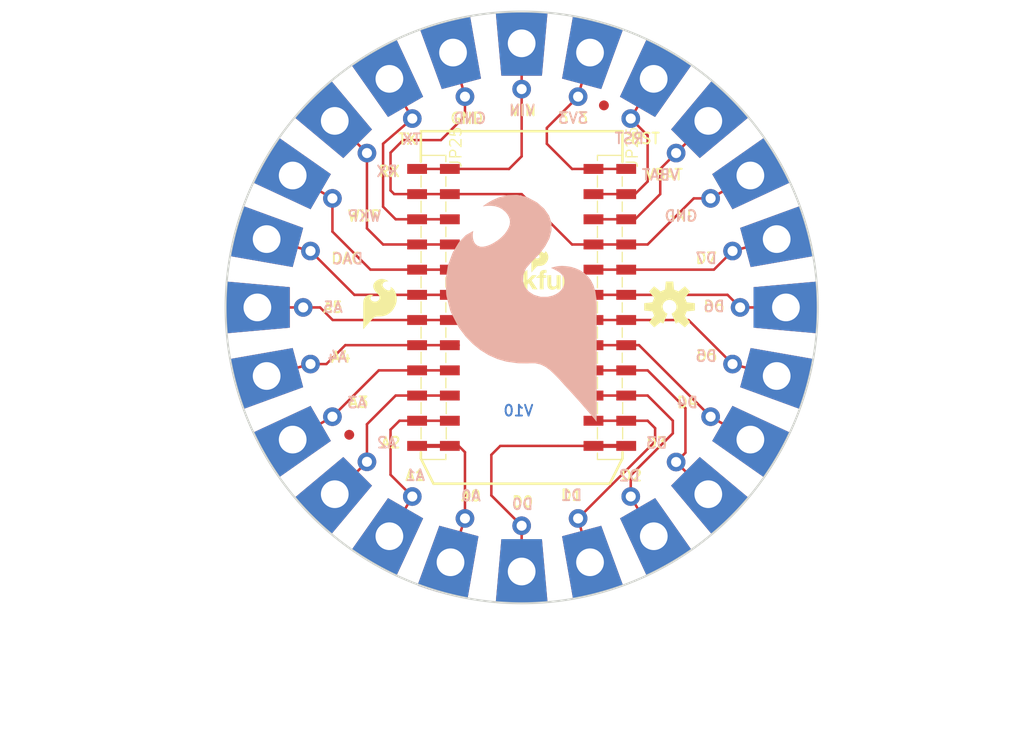
<source format=kicad_pcb>
(kicad_pcb (version 20211014) (generator pcbnew)
  (layers (0 "F.Cu" signal) (31 "B.Cu" signal) (34 "B.Paste" user) (35 "F.Paste" user) (36 "B.SilkS" user "B.Silkscreen") (37 "F.SilkS" user "F.Silkscreen") (38 "B.Mask" user) (39 "F.Mask" user) (44 "Edge.Cuts" user))
  (net 0 "")
  (net 1 "3V3")
  (net 2 "RST")
  (net 3 "VBAT")
  (net 4 "D7")
  (net 5 "D6")
  (net 6 "D5")
  (net 7 "D4")
  (net 8 "D3")
  (net 9 "D2")
  (net 10 "D1")
  (net 11 "D0")
  (net 12 "VIN")
  (net 13 "GND")
  (net 14 "TX")
  (net 15 "RX")
  (net 16 "WKP")
  (net 17 "DAC")
  (net 18 "A5")
  (net 19 "A4")
  (net 20 "A3")
  (net 21 "A2")
  (net 22 "A1")
  (net 23 "A0")
  (footprint "boardEagle:1X01NS" (layer "F.Cu") (at 170.5229 105.0036 180)
    (fp_text reference "JP18" hide)
    (fp_text value "M01SMDNS" hide)
    (pad "1" thru_hole circle (at 0 0 270) (size 1.8796 1.8796) (drill 1.016) (layers *.Cu *.Mask) (net 5 "D6"))
  )
  (footprint "boardEagle:1X01NS" (layer "F.Cu") (at 142.7861 83.7438 -75)
    (fp_text reference "JP2" hide)
    (fp_text value "M01SMDNS" hide)
    (pad "1" thru_hole circle (at 0 0 15) (size 1.8796 1.8796) (drill 1.016) (layers *.Cu *.Mask) (net 13 "GND"))
  )
  (footprint "boardEagle:1X01NS" (layer "F.Cu") (at 167.5511 94.0054 -150)
    (fp_text reference "JP16" hide)
    (fp_text value "M01SMDNS" hide)
    (pad "1" thru_hole circle (at 0 0 300) (size 1.8796 1.8796) (drill 1.016) (layers *.Cu *.Mask) (net 13 "GND"))
  )
  (footprint "boardEagle:PAD-LONG-2-SIDED" (layer "F.Cu") (at 122.6439 90.0938 -30)
    (fp_text reference "J5" hide)
    (fp_text value "PAD" hide)
    (fp_poly (pts (xy 6.4702 -2.04379) (xy 6.4702 2.04379) (xy 0.081055 2.610329) (xy 0.001871 1.50674) (xy -0.034111 0.502462) (xy -0.034111 -0.502462) (xy 0.001871 -1.50674) (xy 0.081055 -2.610329)) (layer "F.Cu") (width 0) (fill solid))
    (fp_poly (pts (xy 6.4702 -2.04379) (xy 6.4702 2.04379) (xy 0.081055 2.610329) (xy 0.001871 1.50674) (xy -0.034111 0.502462) (xy -0.034111 -0.502462) (xy 0.001871 -1.50674) (xy 0.081055 -2.610329)) (layer "B.Cu") (width 0) (fill solid))
    (pad "1" thru_hole circle (at 3.205 0 330) (size 4.064 4.064) (drill 2.794) (layers *.Cu *.Mask) (net 16 "WKP"))
  )
  (footprint "boardEagle:PAD-LONG-2-SIDED" (layer "F.Cu") (at 119.6975 112.7506 15)
    (fp_text reference "J8" hide)
    (fp_text value "PAD" hide)
    (fp_poly (pts (xy 6.4702 -2.04379) (xy 6.4702 2.04379) (xy 0.081055 2.610329) (xy 0.001871 1.50674) (xy -0.034111 0.502462) (xy -0.034111 -0.502462) (xy 0.001871 -1.50674) (xy 0.081055 -2.610329)) (layer "F.Cu") (width 0) (fill solid))
    (fp_poly (pts (xy 6.4702 -2.04379) (xy 6.4702 2.04379) (xy 0.081055 2.610329) (xy 0.001871 1.50674) (xy -0.034111 0.502462) (xy -0.034111 -0.502462) (xy 0.001871 -1.50674) (xy 0.081055 -2.610329)) (layer "B.Cu") (width 0) (fill solid))
    (pad "1" thru_hole circle (at 3.205 0 15) (size 4.064 4.064) (drill 2.794) (layers *.Cu *.Mask) (net 19 "A4"))
  )
  (footprint "boardEagle:PAD-LONG-2-SIDED" (layer "F.Cu") (at 169.5831 83.9216 -135)
    (fp_text reference "J15" hide)
    (fp_text value "PAD" hide)
    (fp_poly (pts (xy 6.4702 -2.04379) (xy 6.4702 2.04379) (xy 0.081055 2.610329) (xy 0.001871 1.50674) (xy -0.034111 0.502462) (xy -0.034111 -0.502462) (xy 0.001871 -1.50674) (xy 0.081055 -2.610329)) (layer "F.Cu") (width 0) (fill solid))
    (fp_poly (pts (xy 6.4702 -2.04379) (xy 6.4702 2.04379) (xy 0.081055 2.610329) (xy 0.001871 1.50674) (xy -0.034111 0.502462) (xy -0.034111 -0.502462) (xy 0.001871 -1.50674) (xy 0.081055 -2.610329)) (layer "B.Cu") (width 0) (fill solid))
    (pad "1" thru_hole circle (at 3.205 0 225) (size 4.064 4.064) (drill 2.794) (layers *.Cu *.Mask) (net 3 "VBAT"))
  )
  (footprint "boardEagle:1X01NS" (layer "F.Cu") (at 126.4793 105.0036)
    (fp_text reference "JP7" hide)
    (fp_text value "M01SMDNS" hide)
    (pad "1" thru_hole circle (at 0 0 90) (size 1.8796 1.8796) (drill 1.016) (layers *.Cu *.Mask) (net 18 "A5"))
  )
  (footprint "boardEagle:PAD-LONG-2-SIDED" (layer "F.Cu") (at 133.5659 79.1718 -60)
    (fp_text reference "J3" hide)
    (fp_text value "PAD" hide)
    (fp_poly (pts (xy 6.4702 -2.04379) (xy 6.4702 2.04379) (xy 0.081055 2.610329) (xy 0.001871 1.50674) (xy -0.034111 0.502462) (xy -0.034111 -0.502462) (xy 0.001871 -1.50674) (xy 0.081055 -2.610329)) (layer "F.Cu") (width 0) (fill solid))
    (fp_poly (pts (xy 6.4702 -2.04379) (xy 6.4702 2.04379) (xy 0.081055 2.610329) (xy 0.001871 1.50674) (xy -0.034111 0.502462) (xy -0.034111 -0.502462) (xy 0.001871 -1.50674) (xy 0.081055 -2.610329)) (layer "B.Cu") (width 0) (fill solid))
    (pad "1" thru_hole circle (at 3.205 0 300) (size 4.064 4.064) (drill 2.794) (layers *.Cu *.Mask) (net 14 "TX"))
  )
  (footprint "boardEagle:SFE_LOGO_FLAME_.2" (layer "F.Cu") (at 132.182362 107.487972)
    (fp_text reference "LOGO1" hide)
    (fp_text value "SFE_LOGO_FLAME.2_INCH" hide)
  )
  (footprint "boardEagle:1X01NS" (layer "F.Cu") (at 129.4257 116.0272 30)
    (fp_text reference "JP9" hide)
    (fp_text value "M01SMDNS" hide)
    (pad "1" thru_hole circle (at 0 0 120) (size 1.8796 1.8796) (drill 1.016) (layers *.Cu *.Mask) (net 20 "A3"))
  )
  (footprint "boardEagle:1X01NS" (layer "F.Cu") (at 127.2159 110.7186 15)
    (fp_text reference "JP8" hide)
    (fp_text value "M01SMDNS" hide)
    (pad "1" thru_hole circle (at 0 0 105) (size 1.8796 1.8796) (drill 1.016) (layers *.Cu *.Mask) (net 19 "A4"))
  )
  (footprint "boardEagle:PAD-LONG-2-SIDED" (layer "F.Cu") (at 163.4236 130.8608 120)
    (fp_text reference "J22" hide)
    (fp_text value "PAD" hide)
    (fp_poly (pts (xy 6.4702 -2.04379) (xy 6.4702 2.04379) (xy 0.081055 2.610329) (xy 0.001871 1.50674) (xy -0.034111 0.502462) (xy -0.034111 -0.502462) (xy 0.001871 -1.50674) (xy 0.081055 -2.610329)) (layer "F.Cu") (width 0) (fill solid))
    (fp_poly (pts (xy 6.4702 -2.04379) (xy 6.4702 2.04379) (xy 0.081055 2.610329) (xy 0.001871 1.50674) (xy -0.034111 0.502462) (xy -0.034111 -0.502462) (xy 0.001871 -1.50674) (xy 0.081055 -2.610329)) (layer "B.Cu") (width 0) (fill solid))
    (pad "1" thru_hole circle (at 3.205 0 120) (size 4.064 4.064) (drill 2.794) (layers *.Cu *.Mask) (net 9 "D2"))
  )
  (footprint "boardEagle:CREATIVE_COMMONS" (layer "F.Cu") (at 116.234972 149.084028)
    (fp_text reference "FRAME1" hide)
    (fp_text value "" hide)
  )
  (footprint "boardEagle:PAD-LONG-2-SIDED" (layer "F.Cu") (at 118.656101 105.0036)
    (fp_text reference "J7" hide)
    (fp_text value "PAD" hide)
    (fp_poly (pts (xy 6.4702 -2.04379) (xy 6.4702 2.04379) (xy 0.081055 2.610329) (xy 0.001871 1.50674) (xy -0.034111 0.502462) (xy -0.034111 -0.502462) (xy 0.001871 -1.50674) (xy 0.081055 -2.610329)) (layer "F.Cu") (width 0) (fill solid))
    (fp_poly (pts (xy 6.4702 -2.04379) (xy 6.4702 2.04379) (xy 0.081055 2.610329) (xy 0.001871 1.50674) (xy -0.034111 0.502462) (xy -0.034111 -0.502462) (xy 0.001871 -1.50674) (xy 0.081055 -2.610329)) (layer "B.Cu") (width 0) (fill solid))
    (pad "1" thru_hole circle (at 3.205 0) (size 4.064 4.064) (drill 2.794) (layers *.Cu *.Mask) (net 18 "A5"))
  )
  (footprint "boardEagle:1X01NS" (layer "F.Cu") (at 169.7609 110.7186 165)
    (fp_text reference "JP19" hide)
    (fp_text value "M01SMDNS" hide)
    (pad "1" thru_hole circle (at 0 0 255) (size 1.8796 1.8796) (drill 1.016) (layers *.Cu *.Mask) (net 6 "D5"))
  )
  (footprint "boardEagle:1X01NS" (layer "F.Cu") (at 148.5011 127.0254 90)
    (fp_text reference "JP24" hide)
    (fp_text value "M01SMDNS" hide)
    (pad "1" thru_hole circle (at 0 0 180) (size 1.8796 1.8796) (drill 1.016) (layers *.Cu *.Mask) (net 11 "D0"))
  )
  (footprint "boardEagle:FIDUCIAL-1X2" (layer "F.Cu") (at 156.793943 84.623653)
    (fp_text reference "FID1" hide)
    (fp_text value "FIDUCIAL1X2" hide)
    (pad "1" smd roundrect (at 0 0) (size 1 1) (layers "F.Cu" "F.Mask") (roundrect_rratio 0.5))
  )
  (footprint "boardEagle:1X01NS" (layer "F.Cu") (at 169.7609 99.314 -165)
    (fp_text reference "JP17" hide)
    (fp_text value "M01SMDNS" hide)
    (pad "1" thru_hole circle (at 0 0 285) (size 1.8796 1.8796) (drill 1.016) (layers *.Cu *.Mask) (net 4 "D7"))
  )
  (footprint "boardEagle:1X01NS" (layer "F.Cu") (at 159.4993 124.079 120)
    (fp_text reference "JP22" hide)
    (fp_text value "M01SMDNS" hide)
    (pad "1" thru_hole circle (at 0 0 210) (size 1.8796 1.8796) (drill 1.016) (layers *.Cu *.Mask) (net 9 "D2"))
  )
  (footprint "boardEagle:FIDUCIAL-1X2" (layer "F.Cu") (at 131.12115 117.849141)
    (fp_text reference "FID2" hide)
    (fp_text value "FIDUCIAL1X2" hide)
    (pad "1" smd roundrect (at 0 0) (size 1 1) (layers "F.Cu" "F.Mask") (roundrect_rratio 0.5))
  )
  (footprint "boardEagle:PAD-LONG-2-SIDED" (layer "F.Cu") (at 122.6439 119.9388 30)
    (fp_text reference "J9" hide)
    (fp_text value "PAD" hide)
    (fp_poly (pts (xy 6.4702 -2.04379) (xy 6.4702 2.04379) (xy 0.081055 2.610329) (xy 0.001871 1.50674) (xy -0.034111 0.502462) (xy -0.034111 -0.502462) (xy 0.001871 -1.50674) (xy 0.081055 -2.610329)) (layer "F.Cu") (width 0) (fill solid))
    (fp_poly (pts (xy 6.4702 -2.04379) (xy 6.4702 2.04379) (xy 0.081055 2.610329) (xy 0.001871 1.50674) (xy -0.034111 0.502462) (xy -0.034111 -0.502462) (xy 0.001871 -1.50674) (xy 0.081055 -2.610329)) (layer "B.Cu") (width 0) (fill solid))
    (pad "1" thru_hole circle (at 3.205 0 30) (size 4.064 4.064) (drill 2.794) (layers *.Cu *.Mask) (net 20 "A3"))
  )
  (footprint "boardEagle:1X01NS" (layer "F.Cu") (at 132.9055 89.4334 -45)
    (fp_text reference "JP4" hide)
    (fp_text value "M01SMDNS" hide)
    (pad "1" thru_hole circle (at 0 0 45) (size 1.8796 1.8796) (drill 1.016) (layers *.Cu *.Mask) (net 15 "RX"))
  )
  (footprint "boardEagle:PAD-LONG-2-SIDED" (layer "F.Cu") (at 174.3329 90.0938 -150)
    (fp_text reference "J16" hide)
    (fp_text value "PAD" hide)
    (fp_poly (pts (xy 6.4702 -2.04379) (xy 6.4702 2.04379) (xy 0.081055 2.610329) (xy 0.001871 1.50674) (xy -0.034111 0.502462) (xy -0.034111 -0.502462) (xy 0.001871 -1.50674) (xy 0.081055 -2.610329)) (layer "F.Cu") (width 0) (fill solid))
    (fp_poly (pts (xy 6.4702 -2.04379) (xy 6.4702 2.04379) (xy 0.081055 2.610329) (xy 0.001871 1.50674) (xy -0.034111 0.502462) (xy -0.034111 -0.502462) (xy 0.001871 -1.50674) (xy 0.081055 -2.610329)) (layer "B.Cu") (width 0) (fill solid))
    (pad "1" thru_hole circle (at 3.205 0 210) (size 4.064 4.064) (drill 2.794) (layers *.Cu *.Mask) (net 13 "GND"))
  )
  (footprint "boardEagle:1X01NS" (layer "F.Cu") (at 154.1907 83.7438 -105)
    (fp_text reference "JP13" hide)
    (fp_text value "M01SMDNS" hide)
    (pad "1" thru_hole circle (at 0 0 345) (size 1.8796 1.8796) (drill 1.016) (layers *.Cu *.Mask) (net 1 "3V3"))
  )
  (footprint "boardEagle:1X01NS" (layer "F.Cu") (at 137.4775 85.9536 -60)
    (fp_text reference "JP3" hide)
    (fp_text value "M01SMDNS" hide)
    (pad "1" thru_hole circle (at 0 0 30) (size 1.8796 1.8796) (drill 1.016) (layers *.Cu *.Mask) (net 14 "TX"))
  )
  (footprint "boardEagle:PAD-LONG-2-SIDED" (layer "F.Cu") (at 148.5011 75.1586 -90)
    (fp_text reference "J1" hide)
    (fp_text value "PAD" hide)
    (fp_poly (pts (xy 6.4702 -2.04379) (xy 6.4702 2.04379) (xy 0.081055 2.610329) (xy 0.001871 1.50674) (xy -0.034111 0.502462) (xy -0.034111 -0.502462) (xy 0.001871 -1.50674) (xy 0.081055 -2.610329)) (layer "F.Cu") (width 0) (fill solid))
    (fp_poly (pts (xy 6.4702 -2.04379) (xy 6.4702 2.04379) (xy 0.081055 2.610329) (xy 0.001871 1.50674) (xy -0.034111 0.502462) (xy -0.034111 -0.502462) (xy 0.001871 -1.50674) (xy 0.081055 -2.610329)) (layer "B.Cu") (width 0) (fill solid))
    (pad "1" thru_hole circle (at 3.205 0 270) (size 4.064 4.064) (drill 2.794) (layers *.Cu *.Mask) (net 12 "VIN"))
  )
  (footprint "boardEagle:PAD-LONG-2-SIDED" (layer "F.Cu") (at 163.4109 79.1718 -120)
    (fp_text reference "J14" hide)
    (fp_text value "PAD" hide)
    (fp_poly (pts (xy 6.4702 -2.04379) (xy 6.4702 2.04379) (xy 0.081055 2.610329) (xy 0.001871 1.50674) (xy -0.034111 0.502462) (xy -0.034111 -0.502462) (xy 0.001871 -1.50674) (xy 0.081055 -2.610329)) (layer "F.Cu") (width 0) (fill solid))
    (fp_poly (pts (xy 6.4702 -2.04379) (xy 6.4702 2.04379) (xy 0.081055 2.610329) (xy 0.001871 1.50674) (xy -0.034111 0.502462) (xy -0.034111 -0.502462) (xy 0.001871 -1.50674) (xy 0.081055 -2.610329)) (layer "B.Cu") (width 0) (fill solid))
    (pad "1" thru_hole circle (at 3.205 0 240) (size 4.064 4.064) (drill 2.794) (layers *.Cu *.Mask) (net 2 "RST"))
  )
  (footprint "boardEagle:1X01NS" (layer "F.Cu") (at 142.7861 126.2888 75)
    (fp_text reference "JP12" hide)
    (fp_text value "M01SMDNS" hide)
    (pad "1" thru_hole circle (at 0 0 165) (size 1.8796 1.8796) (drill 1.016) (layers *.Cu *.Mask) (net 23 "A0"))
  )
  (footprint "boardEagle:1X01NS" (layer "F.Cu") (at 137.4775 124.079 60)
    (fp_text reference "JP11" hide)
    (fp_text value "M01SMDNS" hide)
    (pad "1" thru_hole circle (at 0 0 150) (size 1.8796 1.8796) (drill 1.016) (layers *.Cu *.Mask) (net 22 "A1"))
  )
  (footprint "boardEagle:PAD-LONG-2-SIDED" (layer "F.Cu") (at 177.3047 112.7506 165)
    (fp_text reference "J19" hide)
    (fp_text value "PAD" hide)
    (fp_poly (pts (xy 6.4702 -2.04379) (xy 6.4702 2.04379) (xy 0.081055 2.610329) (xy 0.001871 1.50674) (xy -0.034111 0.502462) (xy -0.034111 -0.502462) (xy 0.001871 -1.50674) (xy 0.081055 -2.610329)) (layer "F.Cu") (width 0) (fill solid))
    (fp_poly (pts (xy 6.4702 -2.04379) (xy 6.4702 2.04379) (xy 0.081055 2.610329) (xy 0.001871 1.50674) (xy -0.034111 0.502462) (xy -0.034111 -0.502462) (xy 0.001871 -1.50674) (xy 0.081055 -2.610329)) (layer "B.Cu") (width 0) (fill solid))
    (pad "1" thru_hole circle (at 3.205 0 165) (size 4.064 4.064) (drill 2.794) (layers *.Cu *.Mask) (net 6 "D5"))
  )
  (footprint "boardEagle:PAD-LONG-2-SIDED" (layer "F.Cu") (at 127.3937 83.9216 -45)
    (fp_text reference "J4" hide)
    (fp_text value "PAD" hide)
    (fp_poly (pts (xy 6.4702 -2.04379) (xy 6.4702 2.04379) (xy 0.081055 2.610329) (xy 0.001871 1.50674) (xy -0.034111 0.502462) (xy -0.034111 -0.502462) (xy 0.001871 -1.50674) (xy 0.081055 -2.610329)) (layer "F.Cu") (width 0) (fill solid))
    (fp_poly (pts (xy 6.4702 -2.04379) (xy 6.4702 2.04379) (xy 0.081055 2.610329) (xy 0.001871 1.50674) (xy -0.034111 0.502462) (xy -0.034111 -0.502462) (xy 0.001871 -1.50674) (xy 0.081055 -2.610329)) (layer "B.Cu") (width 0) (fill solid))
    (pad "1" thru_hole circle (at 3.205 0 315) (size 4.064 4.064) (drill 2.794) (layers *.Cu *.Mask) (net 15 "RX"))
  )
  (footprint "boardEagle:PAD-LONG-2-SIDED" (layer "F.Cu") (at 156.2227 76.2 -105)
    (fp_text reference "J13" hide)
    (fp_text value "PAD" hide)
    (fp_poly (pts (xy 6.4702 -2.04379) (xy 6.4702 2.04379) (xy 0.081055 2.610329) (xy 0.001871 1.50674) (xy -0.034111 0.502462) (xy -0.034111 -0.502462) (xy 0.001871 -1.50674) (xy 0.081055 -2.610329)) (layer "F.Cu") (width 0) (fill solid))
    (fp_poly (pts (xy 6.4702 -2.04379) (xy 6.4702 2.04379) (xy 0.081055 2.610329) (xy 0.001871 1.50674) (xy -0.034111 0.502462) (xy -0.034111 -0.502462) (xy 0.001871 -1.50674) (xy 0.081055 -2.610329)) (layer "B.Cu") (width 0) (fill solid))
    (pad "1" thru_hole circle (at 3.205 0 255) (size 4.064 4.064) (drill 2.794) (layers *.Cu *.Mask) (net 1 "3V3"))
  )
  (footprint "boardEagle:1X12_SMD_COMBINED" (layer "F.Cu") (at 139.6111 91.0336 -90)
    (fp_text reference "JP25" (at 0 -2.921 -90) (layer "F.SilkS") (effects (font (size 1.143 1.143) (thickness 0.127)) (justify left bottom)))
    (fp_text value "M12SMD_COMBINED")
    (pad "1A" smd rect (at 0 -1.65) (size 2 1) (layers "F.Cu" "F.Paste" "F.Mask") (net 12 "VIN"))
    (pad "1B" smd rect (at 0 1.65 180) (size 2 1) (layers "F.Cu" "F.Paste" "F.Mask") (net 12 "VIN"))
    (pad "2A" smd rect (at 2.54 -1.65 180) (size 2 1) (layers "F.Cu" "F.Paste" "F.Mask") (net 13 "GND"))
    (pad "2B" smd rect (at 2.54 1.65) (size 2 1) (layers "F.Cu" "F.Paste" "F.Mask") (net 13 "GND"))
    (pad "3A" smd rect (at 5.08 -1.65) (size 2 1) (layers "F.Cu" "F.Paste" "F.Mask") (net 14 "TX"))
    (pad "3B" smd rect (at 5.08 1.65 180) (size 2 1) (layers "F.Cu" "F.Paste" "F.Mask") (net 14 "TX"))
    (pad "4A" smd rect (at 7.62 -1.65 180) (size 2 1) (layers "F.Cu" "F.Paste" "F.Mask") (net 15 "RX"))
    (pad "4B" smd rect (at 7.62 1.65) (size 2 1) (layers "F.Cu" "F.Paste" "F.Mask") (net 15 "RX"))
    (pad "5A" smd rect (at 10.16 -1.65) (size 2 1) (layers "F.Cu" "F.Paste" "F.Mask") (net 16 "WKP"))
    (pad "5B" smd rect (at 10.16 1.65 180) (size 2 1) (layers "F.Cu" "F.Paste" "F.Mask") (net 16 "WKP"))
    (pad "6A" smd rect (at 12.7 -1.65 180) (size 2 1) (layers "F.Cu" "F.Paste" "F.Mask") (net 17 "DAC"))
    (pad "6B" smd rect (at 12.7 1.65) (size 2 1) (layers "F.Cu" "F.Paste" "F.Mask") (net 17 "DAC"))
    (pad "7A" smd rect (at 15.24 -1.65) (size 2 1) (layers "F.Cu" "F.Paste" "F.Mask") (net 18 "A5"))
    (pad "7B" smd rect (at 15.24 1.65 180) (size 2 1) (layers "F.Cu" "F.Paste" "F.Mask") (net 18 "A5"))
    (pad "8A" smd rect (at 17.78 -1.65 180) (size 2 1) (layers "F.Cu" "F.Paste" "F.Mask") (net 19 "A4"))
    (pad "8B" smd rect (at 17.78 1.65 180) (size 2 1) (layers "F.Cu" "F.Paste" "F.Mask") (net 19 "A4"))
    (pad "9A" smd rect (at 20.32 -1.65 180) (size 2 1) (layers "F.Cu" "F.Paste" "F.Mask") (net 20 "A3"))
    (pad "9B" smd rect (at 20.32 1.65 180) (size 2 1) (layers "F.Cu" "F.Paste" "F.Mask") (net 20 "A3"))
    (pad "10A" smd rect (at 22.86 -1.65 180) (size 2 1) (layers "F.Cu" "F.Paste" "F.Mask") (net 21 "A2"))
    (pad "10B" smd rect (at 22.86 1.65 180) (size 2 1) (layers "F.Cu" "F.Paste" "F.Mask") (net 21 "A2"))
    (pad "11A" smd rect (at 25.4 -1.65 180) (size 2 1) (layers "F.Cu" "F.Paste" "F.Mask") (net 22 "A1"))
    (pad "11B" smd rect (at 25.4 1.65 180) (size 2 1) (layers "F.Cu" "F.Paste" "F.Mask") (net 22 "A1"))
    (pad "12A" smd rect (at 27.94 -1.65 180) (size 2 1) (layers "F.Cu" "F.Paste" "F.Mask") (net 23 "A0"))
    (pad "12B" smd rect (at 27.94 1.65 180) (size 2 1) (layers "F.Cu" "F.Paste" "F.Mask") (net 23 "A0"))
  )
  (footprint "boardEagle:PAD-LONG-2-SIDED" (layer "F.Cu") (at 148.5011 134.8486 90)
    (fp_text reference "J24" hide)
    (fp_text value "PAD" hide)
    (fp_poly (pts (xy 6.4702 -2.04379) (xy 6.4702 2.04379) (xy 0.081055 2.610329) (xy 0.001871 1.50674) (xy -0.034111 0.502462) (xy -0.034111 -0.502462) (xy 0.001871 -1.50674) (xy 0.081055 -2.610329)) (layer "F.Cu") (width 0) (fill solid))
    (fp_poly (pts (xy 6.4702 -2.04379) (xy 6.4702 2.04379) (xy 0.081055 2.610329) (xy 0.001871 1.50674) (xy -0.034111 0.502462) (xy -0.034111 -0.502462) (xy 0.001871 -1.50674) (xy 0.081055 -2.610329)) (layer "B.Cu") (width 0) (fill solid))
    (pad "1" thru_hole circle (at 3.205 0 90) (size 4.064 4.064) (drill 2.794) (layers *.Cu *.Mask) (net 11 "D0"))
  )
  (footprint "boardEagle:OSHW-LOGO-M" (layer "F.Cu") (at 163.409122 104.945685)
    (fp_text reference "LOGO2" hide)
    (fp_text value "OSHW-LOGOM" hide)
  )
  (footprint "boardEagle:1X01NS" (layer "F.Cu") (at 127.2159 99.314 -15)
    (fp_text reference "JP6" hide)
    (fp_text value "M01SMDNS" hide)
    (pad "1" thru_hole circle (at 0 0 75) (size 1.8796 1.8796) (drill 1.016) (layers *.Cu *.Mask) (net 17 "DAC"))
  )
  (footprint "boardEagle:PAD-LONG-2-SIDED" (layer "F.Cu") (at 140.7541 76.2 -75)
    (fp_text reference "J2" hide)
    (fp_text value "PAD" hide)
    (fp_poly (pts (xy 6.4702 -2.04379) (xy 6.4702 2.04379) (xy 0.081055 2.610329) (xy 0.001871 1.50674) (xy -0.034111 0.502462) (xy -0.034111 -0.502462) (xy 0.001871 -1.50674) (xy 0.081055 -2.610329)) (layer "F.Cu") (width 0) (fill solid))
    (fp_poly (pts (xy 6.4702 -2.04379) (xy 6.4702 2.04379) (xy 0.081055 2.610329) (xy 0.001871 1.50674) (xy -0.034111 0.502462) (xy -0.034111 -0.502462) (xy 0.001871 -1.50674) (xy 0.081055 -2.610329)) (layer "B.Cu") (width 0) (fill solid))
    (pad "1" thru_hole circle (at 3.205 0 285) (size 4.064 4.064) (drill 2.794) (layers *.Cu *.Mask) (net 13 "GND"))
  )
  (footprint "boardEagle:1X01NS" (layer "F.Cu") (at 164.0713 89.4334 -135)
    (fp_text reference "JP15" hide)
    (fp_text value "M01SMDNS" hide)
    (pad "1" thru_hole circle (at 0 0 315) (size 1.8796 1.8796) (drill 1.016) (layers *.Cu *.Mask) (net 3 "VBAT"))
  )
  (footprint "boardEagle:1X01NS" (layer "F.Cu") (at 164.0713 120.5992 135)
    (fp_text reference "JP21" hide)
    (fp_text value "M01SMDNS" hide)
    (pad "1" thru_hole circle (at 0 0 225) (size 1.8796 1.8796) (drill 1.016) (layers *.Cu *.Mask) (net 8 "D3"))
  )
  (footprint "boardEagle:1X01NS" (layer "F.Cu") (at 132.9055 120.576341 45)
    (fp_text reference "JP10" hide)
    (fp_text value "M01SMDNS" hide)
    (pad "1" thru_hole circle (at 0 0 135) (size 1.8796 1.8796) (drill 1.016) (layers *.Cu *.Mask) (net 21 "A2"))
  )
  (footprint "boardEagle:1X01NS" (layer "F.Cu") (at 159.4993 85.9536 -120)
    (fp_text reference "JP14" hide)
    (fp_text value "M01SMDNS" hide)
    (pad "1" thru_hole circle (at 0 0 330) (size 1.8796 1.8796) (drill 1.016) (layers *.Cu *.Mask) (net 2 "RST"))
  )
  (footprint "boardEagle:PAD-LONG-2-SIDED" (layer "F.Cu") (at 127.3937 126.111 45)
    (fp_text reference "J10" hide)
    (fp_text value "PAD" hide)
    (fp_poly (pts (xy 6.4702 -2.04379) (xy 6.4702 2.04379) (xy 0.081055 2.610329) (xy 0.001871 1.50674) (xy -0.034111 0.502462) (xy -0.034111 -0.502462) (xy 0.001871 -1.50674) (xy 0.081055 -2.610329)) (layer "F.Cu") (width 0) (fill solid))
    (fp_poly (pts (xy 6.4702 -2.04379) (xy 6.4702 2.04379) (xy 0.081055 2.610329) (xy 0.001871 1.50674) (xy -0.034111 0.502462) (xy -0.034111 -0.502462) (xy 0.001871 -1.50674) (xy 0.081055 -2.610329)) (layer "B.Cu") (width 0) (fill solid))
    (pad "1" thru_hole circle (at 3.205 0 45) (size 4.064 4.064) (drill 2.794) (layers *.Cu *.Mask) (net 21 "A2"))
  )
  (footprint "boardEagle:PAD-LONG-2-SIDED" (layer "F.Cu") (at 178.3461 105.0036 180)
    (fp_text reference "J18" hide)
    (fp_text value "PAD" hide)
    (fp_poly (pts (xy 6.4702 -2.04379) (xy 6.4702 2.04379) (xy 0.081055 2.610329) (xy 0.001871 1.50674) (xy -0.034111 0.502462) (xy -0.034111 -0.502462) (xy 0.001871 -1.50674) (xy 0.081055 -2.610329)) (layer "F.Cu") (width 0) (fill solid))
    (fp_poly (pts (xy 6.4702 -2.04379) (xy 6.4702 2.04379) (xy 0.081055 2.610329) (xy 0.001871 1.50674) (xy -0.034111 0.502462) (xy -0.034111 -0.502462) (xy 0.001871 -1.50674) (xy 0.081055 -2.610329)) (layer "B.Cu") (width 0) (fill solid))
    (pad "1" thru_hole circle (at 3.205 0 180) (size 4.064 4.064) (drill 2.794) (layers *.Cu *.Mask) (net 5 "D6"))
  )
  (footprint "boardEagle:PAD-LONG-2-SIDED" (layer "F.Cu") (at 133.5659 130.8608 60)
    (fp_text reference "J11" hide)
    (fp_text value "PAD" hide)
    (fp_poly (pts (xy 6.4702 -2.04379) (xy 6.4702 2.04379) (xy 0.081055 2.610329) (xy 0.001871 1.50674) (xy -0.034111 0.502462) (xy -0.034111 -0.502462) (xy 0.001871 -1.50674) (xy 0.081055 -2.610329)) (layer "F.Cu") (width 0) (fill solid))
    (fp_poly (pts (xy 6.4702 -2.04379) (xy 6.4702 2.04379) (xy 0.081055 2.610329) (xy 0.001871 1.50674) (xy -0.034111 0.502462) (xy -0.034111 -0.502462) (xy 0.001871 -1.50674) (xy 0.081055 -2.610329)) (layer "B.Cu") (width 0) (fill solid))
    (pad "1" thru_hole circle (at 3.205 0 60) (size 4.064 4.064) (drill 2.794) (layers *.Cu *.Mask) (net 22 "A1"))
  )
  (footprint "boardEagle:SFE_LOGO_NAME_FLAME_.1" (layer "F.Cu") (at 142.628365 104.118407)
    (fp_text reference "LOGO3" hide)
    (fp_text value "SFE_LOGO_NAME_FLAME.1_INCH" hide)
  )
  (footprint "boardEagle:PAD-LONG-2-SIDED" (layer "F.Cu") (at 156.2227 133.8072 105)
    (fp_text reference "J23" hide)
    (fp_text value "PAD" hide)
    (fp_poly (pts (xy 6.4702 -2.04379) (xy 6.4702 2.04379) (xy 0.081055 2.610329) (xy 0.001871 1.50674) (xy -0.034111 0.502462) (xy -0.034111 -0.502462) (xy 0.001871 -1.50674) (xy 0.081055 -2.610329)) (layer "F.Cu") (width 0) (fill solid))
    (fp_poly (pts (xy 6.4702 -2.04379) (xy 6.4702 2.04379) (xy 0.081055 2.610329) (xy 0.001871 1.50674) (xy -0.034111 0.502462) (xy -0.034111 -0.502462) (xy 0.001871 -1.50674) (xy 0.081055 -2.610329)) (layer "B.Cu") (width 0) (fill solid))
    (pad "1" thru_hole circle (at 3.205 0 105) (size 4.064 4.064) (drill 2.794) (layers *.Cu *.Mask) (net 10 "D1"))
  )
  (footprint "boardEagle:PAD-LONG-2-SIDED" (layer "F.Cu") (at 169.5831 126.111 135)
    (fp_text reference "J21" hide)
    (fp_text value "PAD" hide)
    (fp_poly (pts (xy 6.4702 -2.04379) (xy 6.4702 2.04379) (xy 0.081055 2.610329) (xy 0.001871 1.50674) (xy -0.034111 0.502462) (xy -0.034111 -0.502462) (xy 0.001871 -1.50674) (xy 0.081055 -2.610329)) (layer "F.Cu") (width 0) (fill solid))
    (fp_poly (pts (xy 6.4702 -2.04379) (xy 6.4702 2.04379) (xy 0.081055 2.610329) (xy 0.001871 1.50674) (xy -0.034111 0.502462) (xy -0.034111 -0.502462) (xy 0.001871 -1.50674) (xy 0.081055 -2.610329)) (layer "B.Cu") (width 0) (fill solid))
    (pad "1" thru_hole circle (at 3.205 0 135) (size 4.064 4.064) (drill 2.794) (layers *.Cu *.Mask) (net 8 "D3"))
  )
  (footprint "boardEagle:1X01NS" (layer "F.Cu") (at 167.5511 116.0272 150)
    (fp_text reference "JP20" hide)
    (fp_text value "M01SMDNS" hide)
    (pad "1" thru_hole circle (at 0 0 240) (size 1.8796 1.8796) (drill 1.016) (layers *.Cu *.Mask) (net 7 "D4"))
  )
  (footprint "boardEagle:1X01NS" (layer "F.Cu") (at 154.1907 126.2888 105)
    (fp_text reference "JP23" hide)
    (fp_text value "M01SMDNS" hide)
    (pad "1" thru_hole circle (at 0 0 195) (size 1.8796 1.8796) (drill 1.016) (layers *.Cu *.Mask) (net 10 "D1"))
  )
  (footprint "boardEagle:PAD-LONG-2-SIDED" (layer "F.Cu") (at 140.5001 133.8072 75)
    (fp_text reference "J12" hide)
    (fp_text value "PAD" hide)
    (fp_poly (pts (xy 6.4702 -2.04379) (xy 6.4702 2.04379) (xy 0.081055 2.610329) (xy 0.001871 1.50674) (xy -0.034111 0.502462) (xy -0.034111 -0.502462) (xy 0.001871 -1.50674) (xy 0.081055 -2.610329)) (layer "F.Cu") (width 0) (fill solid))
    (fp_poly (pts (xy 6.4702 -2.04379) (xy 6.4702 2.04379) (xy 0.081055 2.610329) (xy 0.001871 1.50674) (xy -0.034111 0.502462) (xy -0.034111 -0.502462) (xy 0.001871 -1.50674) (xy 0.081055 -2.610329)) (layer "B.Cu") (width 0) (fill solid))
    (pad "1" thru_hole circle (at 3.205 0 75) (size 4.064 4.064) (drill 2.794) (layers *.Cu *.Mask) (net 23 "A0"))
  )
  (footprint "boardEagle:PAD-LONG-2-SIDED" (layer "F.Cu") (at 174.3329 119.9388 150)
    (fp_text reference "J20" hide)
    (fp_text value "PAD" hide)
    (fp_poly (pts (xy 6.4702 -2.04379) (xy 6.4702 2.04379) (xy 0.081055 2.610329) (xy 0.001871 1.50674) (xy -0.034111 0.502462) (xy -0.034111 -0.502462) (xy 0.001871 -1.50674) (xy 0.081055 -2.610329)) (layer "F.Cu") (width 0) (fill solid))
    (fp_poly (pts (xy 6.4702 -2.04379) (xy 6.4702 2.04379) (xy 0.081055 2.610329) (xy 0.001871 1.50674) (xy -0.034111 0.502462) (xy -0.034111 -0.502462) (xy 0.001871 -1.50674) (xy 0.081055 -2.610329)) (layer "B.Cu") (width 0) (fill solid))
    (pad "1" thru_hole circle (at 3.205 0 150) (size 4.064 4.064) (drill 2.794) (layers *.Cu *.Mask) (net 7 "D4"))
  )
  (footprint "boardEagle:1X01NS" (layer "F.Cu") (at 148.5011 82.981788 -90)
    (fp_text reference "JP1" hide)
    (fp_text value "M01SMDNS" hide)
    (pad "1" thru_hole circle (at 0 0) (size 1.8796 1.8796) (drill 1.016) (layers *.Cu *.Mask) (net 12 "VIN"))
  )
  (footprint "boardEagle:PAD-LONG-2-SIDED" (layer "F.Cu") (at 177.3047 97.282 -165)
    (fp_text reference "J17" hide)
    (fp_text value "PAD" hide)
    (fp_poly (pts (xy 6.4702 -2.04379) (xy 6.4702 2.04379) (xy 0.081055 2.610329) (xy 0.001871 1.50674) (xy -0.034111 0.502462) (xy -0.034111 -0.502462) (xy 0.001871 -1.50674) (xy 0.081055 -2.610329)) (layer "F.Cu") (width 0) (fill solid))
    (fp_poly (pts (xy 6.4702 -2.04379) (xy 6.4702 2.04379) (xy 0.081055 2.610329) (xy 0.001871 1.50674) (xy -0.034111 0.502462) (xy -0.034111 -0.502462) (xy 0.001871 -1.50674) (xy 0.081055 -2.610329)) (layer "B.Cu") (width 0) (fill solid))
    (pad "1" thru_hole circle (at 3.205 0 195) (size 4.064 4.064) (drill 2.794) (layers *.Cu *.Mask) (net 4 "D7"))
  )
  (footprint "boardEagle:1X12_SMD_COMBINED" (layer "F.Cu") (at 157.3911 91.0336 -90)
    (fp_text reference "JP26" (at 0 -2.921 -90) (layer "F.SilkS") (effects (font (size 1.143 1.143) (thickness 0.127)) (justify left bottom)))
    (fp_text value "M12SMD_COMBINED")
    (pad "1A" smd rect (at 0 -1.65) (size 2 1) (layers "F.Cu" "F.Paste" "F.Mask") (net 1 "3V3"))
    (pad "1B" smd rect (at 0 1.65 180) (size 2 1) (layers "F.Cu" "F.Paste" "F.Mask") (net 1 "3V3"))
    (pad "2A" smd rect (at 2.54 -1.65 180) (size 2 1) (layers "F.Cu" "F.Paste" "F.Mask") (net 2 "RST"))
    (pad "2B" smd rect (at 2.54 1.65) (size 2 1) (layers "F.Cu" "F.Paste" "F.Mask") (net 2 "RST"))
    (pad "3A" smd rect (at 5.08 -1.65) (size 2 1) (layers "F.Cu" "F.Paste" "F.Mask") (net 3 "VBAT"))
    (pad "3B" smd rect (at 5.08 1.65 180) (size 2 1) (layers "F.Cu" "F.Paste" "F.Mask") (net 3 "VBAT"))
    (pad "4A" smd rect (at 7.62 -1.65 180) (size 2 1) (layers "F.Cu" "F.Paste" "F.Mask") (net 13 "GND"))
    (pad "4B" smd rect (at 7.62 1.65) (size 2 1) (layers "F.Cu" "F.Paste" "F.Mask") (net 13 "GND"))
    (pad "5A" smd rect (at 10.16 -1.65) (size 2 1) (layers "F.Cu" "F.Paste" "F.Mask") (net 4 "D7"))
    (pad "5B" smd rect (at 10.16 1.65 180) (size 2 1) (layers "F.Cu" "F.Paste" "F.Mask") (net 4 "D7"))
    (pad "6A" smd rect (at 12.7 -1.65 180) (size 2 1) (layers "F.Cu" "F.Paste" "F.Mask") (net 5 "D6"))
    (pad "6B" smd rect (at 12.7 1.65) (size 2 1) (layers "F.Cu" "F.Paste" "F.Mask") (net 5 "D6"))
    (pad "7A" smd rect (at 15.24 -1.65) (size 2 1) (layers "F.Cu" "F.Paste" "F.Mask") (net 6 "D5"))
    (pad "7B" smd rect (at 15.24 1.65 180) (size 2 1) (layers "F.Cu" "F.Paste" "F.Mask") (net 6 "D5"))
    (pad "8A" smd rect (at 17.78 -1.65 180) (size 2 1) (layers "F.Cu" "F.Paste" "F.Mask") (net 7 "D4"))
    (pad "8B" smd rect (at 17.78 1.65 180) (size 2 1) (layers "F.Cu" "F.Paste" "F.Mask") (net 7 "D4"))
    (pad "9A" smd rect (at 20.32 -1.65 180) (size 2 1) (layers "F.Cu" "F.Paste" "F.Mask") (net 8 "D3"))
    (pad "9B" smd rect (at 20.32 1.65 180) (size 2 1) (layers "F.Cu" "F.Paste" "F.Mask") (net 8 "D3"))
    (pad "10A" smd rect (at 22.86 -1.65 180) (size 2 1) (layers "F.Cu" "F.Paste" "F.Mask") (net 9 "D2"))
    (pad "10B" smd rect (at 22.86 1.65 180) (size 2 1) (layers "F.Cu" "F.Paste" "F.Mask") (net 9 "D2"))
    (pad "11A" smd rect (at 25.4 -1.65 180) (size 2 1) (layers "F.Cu" "F.Paste" "F.Mask") (net 10 "D1"))
    (pad "11B" smd rect (at 25.4 1.65 180) (size 2 1) (layers "F.Cu" "F.Paste" "F.Mask") (net 10 "D1"))
    (pad "12A" smd rect (at 27.94 -1.65 180) (size 2 1) (layers "F.Cu" "F.Paste" "F.Mask") (net 11 "D0"))
    (pad "12B" smd rect (at 27.94 1.65 180) (size 2 1) (layers "F.Cu" "F.Paste" "F.Mask") (net 11 "D0"))
  )
  (footprint "boardEagle:PAD-LONG-2-SIDED" (layer "F.Cu") (at 119.6975 97.282 -15)
    (fp_text reference "J6" hide)
    (fp_text value "PAD" hide)
    (fp_poly (pts (xy 6.4702 -2.04379) (xy 6.4702 2.04379) (xy 0.081055 2.610329) (xy 0.001871 1.50674) (xy -0.034111 0.502462) (xy -0.034111 -0.502462) (xy 0.001871 -1.50674) (xy 0.081055 -2.610329)) (layer "F.Cu") (width 0) (fill solid))
    (fp_poly (pts (xy 6.4702 -2.04379) (xy 6.4702 2.04379) (xy 0.081055 2.610329) (xy 0.001871 1.50674) (xy -0.034111 0.502462) (xy -0.034111 -0.502462) (xy 0.001871 -1.50674) (xy 0.081055 -2.610329)) (layer "B.Cu") (width 0) (fill solid))
    (pad "1" thru_hole circle (at 3.205 0 345) (size 4.064 4.064) (drill 2.794) (layers *.Cu *.Mask) (net 17 "DAC"))
  )
  (footprint "boardEagle:1X01NS" (layer "F.Cu") (at 129.4257 94.0054 -30)
    (fp_text reference "JP5" hide)
    (fp_text value "M01SMDNS" hide)
    (pad "1" thru_hole circle (at 0 0 60) (size 1.8796 1.8796) (drill 1.016) (layers *.Cu *.Mask) (net 16 "WKP"))
  )
  (footprint "boardEagle:SFE_LOGO_FLAME_.9" (layer "B.Cu") (at 156.338015 116.761007 180)
    (fp_text reference "U$2" hide)
    (fp_text value "" hide)
  )
  (gr_line (start 158.6611 120.2436) (end 158.667197 119.624094) (layer "F.SilkS") (width 0.254))
  (gr_line (start 138.3411 120.2436) (end 138.342368 119.624094) (layer "F.SilkS") (width 0.254))
  (gr_line (start 138.3411 90.303603) (end 138.3411 87.2236) (layer "F.SilkS") (width 0.254))
  (gr_line (start 158.6611 87.2236) (end 158.6611 90.333828) (layer "F.SilkS") (width 0.254))
  (gr_line (start 138.3411 87.2236) (end 158.6611 87.2236) (layer "F.SilkS") (width 0.254))
  (gr_line (start 139.6111 122.7836) (end 138.3411 120.2436) (layer "F.SilkS") (width 0.254))
  (gr_line (start 157.3911 122.7836) (end 139.6111 122.7836) (layer "F.SilkS") (width 0.254))
  (gr_line (start 158.6611 120.2436) (end 157.3911 122.7836) (layer "F.SilkS") (width 0.254))
  (gr_circle (center 148.5011 105.0036) (end 178.3461 105.0036) (layer "Edge.Cuts") (width 0.2032) (fill none))
  (gr_text "V10" (at 149.788881 116.050313) (layer "B.Cu") (effects (font (size 1.0795 1.0795) (thickness 0.1905)) (justify left bottom mirror)))
  (gr_text "TX" (at 137.403587 88.037416) (layer "B.SilkS") (effects (font (size 1.0795 1.0795) (thickness 0.1905)) (justify mirror)))
  (gr_text "3V3" (at 153.692356 85.8995) (layer "B.SilkS") (effects (font (size 1.0795 1.0795) (thickness 0.1905)) (justify mirror)))
  (gr_text "VBAT" (at 162.50539 91.636853) (layer "B.SilkS") (effects (font (size 1.0795 1.0795) (thickness 0.1905)) (justify mirror)))
  (gr_text "A0" (at 143.388587 124.008135) (layer "B.SilkS") (effects (font (size 1.0795 1.0795) (thickness 0.1905)) (justify mirror)))
  (gr_text "DAC" (at 130.964178 100.096572) (layer "B.SilkS") (effects (font (size 1.0795 1.0795) (thickness 0.1905)) (justify mirror)))
  (gr_text "GND" (at 143.274543 85.928453) (layer "B.SilkS") (effects (font (size 1.0795 1.0795) (thickness 0.1905)) (justify mirror)))
  (gr_text "D6" (at 167.89984 104.901747) (layer "B.SilkS") (effects (font (size 1.0795 1.0795) (thickness 0.1905)) (justify mirror)))
  (gr_text "RST" (at 159.357818 87.959941) (layer "B.SilkS") (effects (font (size 1.0795 1.0795) (thickness 0.1905)) (justify mirror)))
  (gr_text "D1" (at 153.525981 123.94895) (layer "B.SilkS") (effects (font (size 1.0795 1.0795) (thickness 0.1905)) (justify mirror)))
  (gr_text "VIN" (at 148.522181 85.134194) (layer "B.SilkS") (effects (font (size 1.0795 1.0795) (thickness 0.1905)) (justify mirror)))
  (gr_text "D4" (at 165.210743 114.597691) (layer "B.SilkS") (effects (font (size 1.0795 1.0795) (thickness 0.1905)) (justify mirror)))
  (gr_text "A5" (at 129.474722 104.985566) (layer "B.SilkS") (effects (font (size 1.0795 1.0795) (thickness 0.1905)) (justify mirror)))
  (gr_text "D2" (at 159.359343 121.979182) (layer "B.SilkS") (effects (font (size 1.0795 1.0795) (thickness 0.1905)) (justify mirror)))
  (gr_text "A3" (at 131.890515 114.607088) (layer "B.SilkS") (effects (font (size 1.0795 1.0795) (thickness 0.1905)) (justify mirror)))
  (gr_text "RX" (at 134.938012 91.283538) (layer "B.SilkS") (effects (font (size 1.0795 1.0795) (thickness 0.1905)) (justify mirror)))
  (gr_text "A4" (at 129.922778 109.986319) (layer "B.SilkS") (effects (font (size 1.0795 1.0795) (thickness 0.1905)) (justify mirror)))
  (gr_text "A2" (at 134.907275 118.647466) (layer "B.SilkS") (effects (font (size 1.0795 1.0795) (thickness 0.1905)) (justify mirror)))
  (gr_text "WKP" (at 132.659628 95.7834) (layer "B.SilkS") (effects (font (size 1.0795 1.0795) (thickness 0.1905)) (justify mirror)))
  (gr_text "D5" (at 167.094406 109.91901) (layer "B.SilkS") (effects (font (size 1.0795 1.0795) (thickness 0.1905)) (justify mirror)))
  (gr_text "GND" (at 164.567868 95.776288) (layer "B.SilkS") (effects (font (size 1.0795 1.0795) (thickness 0.1905)) (justify mirror)))
  (gr_text "D3" (at 162.112453 118.671085) (layer "B.SilkS") (effects (font (size 1.0795 1.0795) (thickness 0.1905)) (justify mirror)))
  (gr_text "D7" (at 167.109137 100.048822) (layer "B.SilkS") (effects (font (size 1.0795 1.0795) (thickness 0.1905)) (justify mirror)))
  (gr_text "D0" (at 148.582887 124.858528) (layer "B.SilkS") (effects (font (size 1.0795 1.0795) (thickness 0.1905)) (justify mirror)))
  (gr_text "A1" (at 137.7635 121.937528) (layer "B.SilkS") (effects (font (size 1.0795 1.0795) (thickness 0.1905)) (justify mirror)))
  (gr_text "D6" (at 167.89984 104.901747) (layer "F.SilkS") (effects (font (size 1.0795 1.0795) (thickness 0.1905))))
  (gr_text "D0" (at 148.599903 124.619513) (layer "F.SilkS") (effects (font (size 1.0795 1.0795) (thickness 0.1905))))
  (gr_text "D4" (at 165.210743 114.597691) (layer "F.SilkS") (effects (font (size 1.0795 1.0795) (thickness 0.1905))))
  (gr_text "A2" (at 135.296656 118.647466) (layer "F.SilkS") (effects (font (size 1.0795 1.0795) (thickness 0.1905))))
  (gr_text "3V3" (at 153.692356 85.8995) (layer "F.SilkS") (effects (font (size 1.0795 1.0795) (thickness 0.1905))))
  (gr_text "RST" (at 160.947356 87.962488) (layer "F.SilkS") (effects (font (size 1.0795 1.0795) (thickness 0.1905))))
  (gr_text "RX" (at 135.144515 91.283538) (layer "F.SilkS") (effects (font (size 1.0795 1.0795) (thickness 0.1905))))
  (gr_text "TX" (at 136.985506 88.026241) (layer "F.SilkS") (effects (font (size 1.0795 1.0795) (thickness 0.1905))))
  (gr_text "D5" (at 167.165015 109.883703) (layer "F.SilkS") (effects (font (size 1.0795 1.0795) (thickness 0.1905))))
  (gr_text "D1" (at 153.525981 123.94895) (layer "F.SilkS") (effects (font (size 1.0795 1.0795) (thickness 0.1905))))
  (gr_text "VIN" (at 148.669756 85.134194) (layer "F.SilkS") (effects (font (size 1.0795 1.0795) (thickness 0.1905))))
  (gr_text "A1" (at 137.7635 121.937528) (layer "F.SilkS") (effects (font (size 1.0795 1.0795) (thickness 0.1905))))
  (gr_text "GND" (at 164.567868 95.776288) (layer "F.SilkS") (effects (font (size 1.0795 1.0795) (thickness 0.1905))))
  (gr_text "Photon\nWearable\nShield" (at 148.668487 107.1466) (layer "F.SilkS") (effects (font (size 1.0795 1.0795) (thickness 0.1905))))
  (gr_text "A5" (at 129.474722 104.985566) (layer "F.SilkS") (effects (font (size 1.0795 1.0795) (thickness 0.1905))))
  (gr_text "A3" (at 132.067553 114.571528) (layer "F.SilkS") (effects (font (size 1.0795 1.0795) (thickness 0.1905))))
  (gr_text "WKP" (at 132.659628 95.7834) (layer "F.SilkS") (effects (font (size 1.0795 1.0795) (thickness 0.1905))))
  (gr_text "D3" (at 162.112453 118.671085) (layer "F.SilkS") (effects (font (size 1.0795 1.0795) (thickness 0.1905))))
  (gr_text "A0" (at 143.405606 124.008135) (layer "F.SilkS") (effects (font (size 1.0795 1.0795) (thickness 0.1905))))
  (gr_text "VBAT" (at 162.859212 91.607391) (layer "F.SilkS") (effects (font (size 1.0795 1.0795) (thickness 0.1905))))
  (gr_text "A4" (at 130.2766 110.021625) (layer "F.SilkS") (effects (font (size 1.0795 1.0795) (thickness 0.1905))))
  (gr_text "D7" (at 167.109137 100.048822) (layer "F.SilkS") (effects (font (size 1.0795 1.0795) (thickness 0.1905))))
  (gr_text "D2" (at 159.568131 121.979182) (layer "F.SilkS") (effects (font (size 1.0795 1.0795) (thickness 0.1905))))
  (gr_text "GND" (at 142.979903 85.928453) (layer "F.SilkS") (effects (font (size 1.0795 1.0795) (thickness 0.1905))))
  (gr_text "DAC" (at 130.858006 100.061266) (layer "F.SilkS") (effects (font (size 1.0795 1.0795) (thickness 0.1905))))
  (segment (start 155.393184 79.295794) (end 154.1907 83.7438) (width 0.254) (layer "F.Cu") (net 1))
  (segment (start 151.0411 88.4936) (end 151.0411 86.8934) (width 0.254) (layer "F.Cu") (net 1))
  (segment (start 154.1907 83.7438) (end 154.1907 83.714338) (width 0.254) (layer "F.Cu") (net 1))
  (segment (start 153.5811 91.0336) (end 151.0411 88.4936) (width 0.254) (layer "F.Cu") (net 1))
  (segment (start 155.7411 91.0336) (end 153.5811 91.0336) (width 0.254) (layer "F.Cu") (net 1))
  (segment (start 159.0411 91.0336) (end 155.7411 91.0336) (width 0.254) (layer "F.Cu") (net 1))
  (segment (start 151.0411 86.8934) (end 154.1907 83.7438) (width 0.254) (layer "F.Cu") (net 1))
  (segment (start 154.1907 83.714338) (end 154.213306 83.691732) (width 0.254) (layer "F.Cu") (net 1))
  (segment (start 161.2011 92.3036) (end 161.2011 87.6554) (width 0.254) (layer "F.Cu") (net 2))
  (segment (start 161.2011 87.6554) (end 159.4993 85.9536) (width 0.254) (layer "F.Cu") (net 2))
  (segment (start 159.9311 93.5736) (end 161.2011 92.3036) (width 0.254) (layer "F.Cu") (net 2))
  (segment (start 155.7411 93.5736) (end 159.0411 93.5736) (width 0.254) (layer "F.Cu") (net 2))
  (segment (start 159.4993 85.9536) (end 161.8084 81.947413) (width 0.254) (layer "F.Cu") (net 2))
  (segment (start 159.0411 93.5736) (end 159.9311 93.5736) (width 0.254) (layer "F.Cu") (net 2))
  (segment (start 164.0713 89.4334) (end 167.316822 86.187878) (width 0.254) (layer "F.Cu") (net 3))
  (segment (start 159.9311 96.1136) (end 162.4711 93.5736) (width 0.254) (layer "F.Cu") (net 3))
  (segment (start 155.7411 96.1136) (end 159.0411 96.1136) (width 0.254) (layer "F.Cu") (net 3))
  (segment (start 162.4711 93.5736) (end 162.4711 91.0336) (width 0.254) (layer "F.Cu") (net 3))
  (segment (start 159.0411 96.1136) (end 159.9311 96.1136) (width 0.254) (layer "F.Cu") (net 3))
  (segment (start 162.4711 91.0336) (end 164.0713 89.4334) (width 0.254) (layer "F.Cu") (net 3))
  (segment (start 159.0411 101.1936) (end 167.8813 101.1936) (width 0.254) (layer "F.Cu") (net 4))
  (segment (start 169.7609 99.314) (end 174.208906 98.111516) (width 0.254) (layer "F.Cu") (net 4))
  (segment (start 167.8813 101.1936) (end 169.7609 99.314) (width 0.254) (layer "F.Cu") (net 4))
  (segment (start 155.7411 101.1936) (end 159.0411 101.1936) (width 0.254) (layer "F.Cu") (net 4))
  (segment (start 169.2529 103.7336) (end 170.5229 105.0036) (width 0.254) (layer "F.Cu") (net 5))
  (segment (start 155.7411 103.7336) (end 159.0411 103.7336) (width 0.254) (layer "F.Cu") (net 5))
  (segment (start 170.5229 105.0036) (end 175.1411 105.0036) (width 0.254) (layer "F.Cu") (net 5))
  (segment (start 159.0411 103.7336) (end 169.2529 103.7336) (width 0.254) (layer "F.Cu") (net 5))
  (segment (start 169.7609 110.7186) (end 174.208906 111.921088) (width 0.254) (layer "F.Cu") (net 6))
  (segment (start 165.3159 106.2736) (end 169.7609 110.7186) (width 0.254) (layer "F.Cu") (net 6))
  (segment (start 155.7411 106.2736) (end 159.0411 106.2736) (width 0.254) (layer "F.Cu") (net 6))
  (segment (start 159.0411 106.2736) (end 165.3159 106.2736) (width 0.254) (layer "F.Cu") (net 6))
  (segment (start 167.5511 116.0272) (end 171.557287 118.3363) (width 0.254) (layer "F.Cu") (net 7))
  (segment (start 160.3375 108.8136) (end 167.5511 116.0272) (width 0.254) (layer "F.Cu") (net 7))
  (segment (start 155.7411 108.8136) (end 159.0411 108.8136) (width 0.254) (layer "F.Cu") (net 7))
  (segment (start 159.0411 108.8136) (end 160.3375 108.8136) (width 0.254) (layer "F.Cu") (net 7))
  (segment (start 165.0111 119.6594) (end 164.0713 120.5992) (width 0.254) (layer "F.Cu") (net 8))
  (segment (start 165.0111 115.1636) (end 165.0111 119.6594) (width 0.254) (layer "F.Cu") (net 8))
  (segment (start 164.0713 120.5992) (end 167.316822 123.844725) (width 0.254) (layer "F.Cu") (net 8))
  (segment (start 161.2011 111.3536) (end 165.0111 115.1636) (width 0.254) (layer "F.Cu") (net 8))
  (segment (start 155.7411 111.3536) (end 159.0411 111.3536) (width 0.254) (layer "F.Cu") (net 8))
  (segment (start 159.0411 111.3536) (end 161.2011 111.3536) (width 0.254) (layer "F.Cu") (net 8))
  (segment (start 161.2011 113.8936) (end 159.0411 113.8936) (width 0.254) (layer "F.Cu") (net 9))
  (segment (start 159.4993 124.079) (end 159.4993 121.9454) (width 0.254) (layer "F.Cu") (net 9))
  (segment (start 159.4993 121.9454) (end 163.7411 117.7036) (width 0.254) (layer "F.Cu") (net 9))
  (segment (start 155.7411 113.8936) (end 159.0411 113.8936) (width 0.254) (layer "F.Cu") (net 9))
  (segment (start 159.4993 124.079) (end 161.8211 128.085191) (width 0.254) (layer "F.Cu") (net 9))
  (segment (start 163.7411 117.7036) (end 163.7411 116.4336) (width 0.254) (layer "F.Cu") (net 9))
  (segment (start 163.7411 116.4336) (end 161.2011 113.8936) (width 0.254) (layer "F.Cu") (net 9))
  (segment (start 154.1907 126.2888) (end 161.954972 118.524528) (width 0.254) (layer "F.Cu") (net 10))
  (segment (start 159.0411 116.4336) (end 155.7411 116.4336) (width 0.254) (layer "F.Cu") (net 10))
  (segment (start 161.954972 118.524528) (end 161.954972 117.187472) (width 0.254) (layer "F.Cu") (net 10))
  (segment (start 154.1907 126.2888) (end 155.393184 130.71141) (width 0.254) (layer "F.Cu") (net 10))
  (segment (start 161.2011 116.4336) (end 159.0411 116.4336) (width 0.254) (layer "F.Cu") (net 10))
  (segment (start 161.954972 117.187472) (end 161.2011 116.4336) (width 0.254) (layer "F.Cu") (net 10))
  (segment (start 148.5011 127.0254) (end 148.5011 131.6436) (width 0.254) (layer "F.Cu") (net 11))
  (segment (start 152.164543 118.9736) (end 155.7411 118.9736) (width 0.254) (layer "F.Cu") (net 11))
  (segment (start 148.5011 127.0254) (end 145.444972 123.969272) (width 0.254) (layer "F.Cu") (net 11))
  (segment (start 155.7411 118.9736) (end 159.0411 118.9736) (width 0.4064) (layer "F.Cu") (net 11))
  (segment (start 154.704543 118.9736) (end 155.7411 118.9736) (width 0.254) (layer "F.Cu") (net 11))
  (segment (start 150.345647 118.972838) (end 152.164543 118.9736) (width 0.254) (layer "F.Cu") (net 11))
  (segment (start 145.444972 123.969272) (end 145.444972 119.874028) (width 0.254) (layer "F.Cu") (net 11))
  (segment (start 146.346165 118.972835) (end 147.099018 118.972835) (width 0.254) (layer "F.Cu") (net 11))
  (segment (start 147.099018 118.972835) (end 150.345647 118.972838) (width 0.254) (layer "F.Cu") (net 11))
  (segment (start 145.444972 119.874028) (end 146.346165 118.972835) (width 0.254) (layer "F.Cu") (net 11))
  (segment (start 147.2311 91.0336) (end 141.2611 91.0336) (width 0.254) (layer "F.Cu") (net 12))
  (segment (start 148.5011 78.3636) (end 148.5011 82.981788) (width 0.254) (layer "F.Cu") (net 12))
  (segment (start 148.5011 82.981788) (end 148.5011 89.7636) (width 0.254) (layer "F.Cu") (net 12))
  (segment (start 137.9611 91.0336) (end 141.2611 91.0336) (width 0.254) (layer "F.Cu") (net 12))
  (segment (start 148.5011 89.7636) (end 147.2311 91.0336) (width 0.254) (layer "F.Cu") (net 12))
  (segment (start 141.826234 80.186116) (end 141.583612 79.295794) (width 0.254) (layer "F.Cu") (net 13))
  (segment (start 159.0411 98.6536) (end 161.2011 98.6536) (width 0.254) (layer "F.Cu") (net 13))
  (segment (start 142.7861 85.7029) (end 140.364972 88.124028) (width 0.254) (layer "F.Cu") (net 13))
  (segment (start 135.654543 93.5736) (end 135.284972 93.204028) (width 0.254) (layer "F.Cu") (net 13))
  (segment (start 167.5511 94.0054) (end 165.8493 94.0054) (width 0.254) (layer "F.Cu") (net 13))
  (segment (start 137.9611 93.5736) (end 141.2611 93.5736) (width 0.254) (layer "F.Cu") (net 13))
  (segment (start 136.554972 88.124028) (end 135.284972 89.394028) (width 0.254) (layer "F.Cu") (net 13))
  (segment (start 165.8493 94.0054) (end 161.2011 98.6536) (width 0.254) (layer "F.Cu") (net 13))
  (segment (start 153.5811 98.6536) (end 148.5011 93.5736) (width 0.254) (layer "F.Cu") (net 13))
  (segment (start 135.284972 89.394028) (end 135.284972 93.204028) (width 0.254) (layer "F.Cu") (net 13))
  (segment (start 142.7861 83.7438) (end 141.826234 80.186116) (width 0.254) (layer "F.Cu") (net 13))
  (segment (start 140.364972 88.124028) (end 136.554972 88.124028) (width 0.254) (layer "F.Cu") (net 13))
  (segment (start 142.7861 83.7438) (end 142.7861 85.7029) (width 0.254) (layer "F.Cu") (net 13))
  (segment (start 159.0411 98.6536) (end 155.7411 98.6536) (width 0.254) (layer "F.Cu") (net 13))
  (segment (start 167.5511 94.0054) (end 171.557287 91.6963) (width 0.254) (layer "F.Cu") (net 13))
  (segment (start 155.7411 98.6536) (end 153.5811 98.6536) (width 0.254) (layer "F.Cu") (net 13))
  (segment (start 137.9611 93.5736) (end 135.654543 93.5736) (width 0.254) (layer "F.Cu") (net 13))
  (segment (start 148.5011 93.5736) (end 141.2611 93.5736) (width 0.254) (layer "F.Cu") (net 13))
  (segment (start 135.744218 82.852528) (end 137.4775 85.9536) (width 0.254) (layer "F.Cu") (net 14))
  (segment (start 134.5311 88.4936) (end 134.5311 94.8436) (width 0.254) (layer "F.Cu") (net 14))
  (segment (start 135.1684 81.947413) (end 135.744218 82.852528) (width 0.254) (layer "F.Cu") (net 14))
  (segment (start 137.4775 85.9536) (end 134.5311 88.4936) (width 0.254) (layer "F.Cu") (net 14))
  (segment (start 137.9611 96.1136) (end 141.2611 96.1136) (width 0.254) (layer "F.Cu") (net 14))
  (segment (start 134.5311 94.8436) (end 135.8011 96.1136) (width 0.254) (layer "F.Cu") (net 14))
  (segment (start 135.8011 96.1136) (end 137.9611 96.1136) (width 0.254) (layer "F.Cu") (net 14))
  (segment (start 132.9055 89.4334) (end 132.9055 97.028) (width 0.254) (layer "F.Cu") (net 15))
  (segment (start 132.9055 89.4334) (end 129.659975 86.187878) (width 0.254) (layer "F.Cu") (net 15))
  (segment (start 134.5311 98.6536) (end 137.9611 98.6536) (width 0.254) (layer "F.Cu") (net 15))
  (segment (start 132.9055 97.028) (end 134.5311 98.6536) (width 0.254) (layer "F.Cu") (net 15))
  (segment (start 137.9611 98.6536) (end 141.2611 98.6536) (width 0.254) (layer "F.Cu") (net 15))
  (segment (start 129.4257 94.0054) (end 129.4257 97.3582) (width 0.254) (layer "F.Cu") (net 16))
  (segment (start 129.4257 94.0054) (end 126.888884 92.5416) (width 0.254) (layer "F.Cu") (net 16))
  (segment (start 126.888884 92.5416) (end 125.419509 91.6963) (width 0.254) (layer "F.Cu") (net 16))
  (segment (start 137.9611 101.1936) (end 141.2611 101.1936) (width 0.254) (layer "F.Cu") (net 16))
  (segment (start 129.4257 97.3582) (end 133.2611 101.1936) (width 0.254) (layer "F.Cu") (net 16))
  (segment (start 133.2611 101.1936) (end 137.9611 101.1936) (width 0.254) (layer "F.Cu") (net 16))
  (segment (start 131.6355 103.7336) (end 127.2159 99.314) (width 0.254) (layer "F.Cu") (net 17))
  (segment (start 141.2611 103.7336) (end 137.9611 103.7336) (width 0.254) (layer "F.Cu") (net 17))
  (segment (start 137.9611 103.7336) (end 131.6355 103.7336) (width 0.254) (layer "F.Cu") (net 17))
  (segment (start 127.2159 99.314) (end 122.79329 98.111516) (width 0.254) (layer "F.Cu") (net 17))
  (segment (start 128.1811 105.0036) (end 126.4793 105.0036) (width 0.254) (layer "F.Cu") (net 18))
  (segment (start 137.9611 106.2736) (end 129.4511 106.2736) (width 0.254) (layer "F.Cu") (net 18))
  (segment (start 126.4793 105.0036) (end 121.8611 105.0036) (width 0.254) (layer "F.Cu") (net 18))
  (segment (start 129.4511 106.2736) (end 128.1811 105.0036) (width 0.254) (layer "F.Cu") (net 18))
  (segment (start 137.9611 106.2736) (end 141.2611 106.2736) (width 0.254) (layer "F.Cu") (net 18))
  (segment (start 142.1511 108.8136) (end 141.2611 108.8136) (width 0.254) (layer "F.Cu") (net 19))
  (segment (start 137.9611 108.8136) (end 141.2611 108.8136) (width 0.254) (layer "F.Cu") (net 19))
  (segment (start 128.8161 110.7186) (end 130.7211 108.8136) (width 0.254) (layer "F.Cu") (net 19))
  (segment (start 127.2159 110.7186) (end 128.8161 110.7186) (width 0.254) (layer "F.Cu") (net 19))
  (segment (start 127.2159 110.7186) (end 122.79329 111.921088) (width 0.254) (layer "F.Cu") (net 19))
  (segment (start 130.7211 108.8136) (end 137.9611 108.8136) (width 0.254) (layer "F.Cu") (net 19))
  (segment (start 134.0993 111.3536) (end 129.4257 116.0272) (width 0.254) (layer "F.Cu") (net 20))
  (segment (start 129.4257 116.0272) (end 125.419509 118.3363) (width 0.254) (layer "F.Cu") (net 20))
  (segment (start 137.9611 111.3536) (end 141.2611 111.3536) (width 0.254) (layer "F.Cu") (net 20))
  (segment (start 137.9611 111.3536) (end 134.0993 111.3536) (width 0.254) (layer "F.Cu") (net 20))
  (segment (start 137.9611 113.8936) (end 141.2611 113.8936) (width 0.254) (layer "F.Cu") (net 21))
  (segment (start 137.9611 113.8936) (end 137.824972 113.8936) (width 0.254) (layer "F.Cu") (net 21))
  (segment (start 132.9055 120.576341) (end 132.9055 116.7892) (width 0.254) (layer "F.Cu") (net 21))
  (segment (start 132.9055 120.576341) (end 129.659975 123.844725) (width 0.254) (layer "F.Cu") (net 21))
  (segment (start 132.9055 116.7892) (end 135.8011 113.8936) (width 0.254) (layer "F.Cu") (net 21))
  (segment (start 135.8011 113.8936) (end 137.824972 113.8936) (width 0.254) (layer "F.Cu") (net 21))
  (segment (start 137.4775 124.079) (end 135.284972 121.886472) (width 0.254) (layer "F.Cu") (net 22))
  (segment (start 137.4775 124.079) (end 135.1684 128.085191) (width 0.254) (layer "F.Cu") (net 22))
  (segment (start 136.1854 116.4336) (end 135.284972 117.334028) (width 0.254) (layer "F.Cu") (net 22))
  (segment (start 137.9611 116.4336) (end 141.2611 116.4336) (width 0.254) (layer "F.Cu") (net 22))
  (segment (start 137.9611 116.4336) (end 136.1854 116.4336) (width 0.254) (layer "F.Cu") (net 22))
  (segment (start 135.284972 121.886472) (end 135.284972 117.334028) (width 0.254) (layer "F.Cu") (net 22))
  (segment (start 137.9611 118.9736) (end 141.2611 118.9736) (width 0.4064) (layer "F.Cu") (net 23))
  (segment (start 142.7861 126.2888) (end 141.329612 130.71141) (width 0.254) (layer "F.Cu") (net 23))
  (segment (start 141.2611 118.9736) (end 142.1511 118.9736) (width 0.254) (layer "F.Cu") (net 23))
  (segment (start 142.7861 126.2888) (end 142.7861 119.6086) (width 0.254) (layer "F.Cu") (net 23))
  (segment (start 142.7861 119.6086) (end 142.1511 118.9736) (width 0.254) (layer "F.Cu") (net 23))
)
</source>
